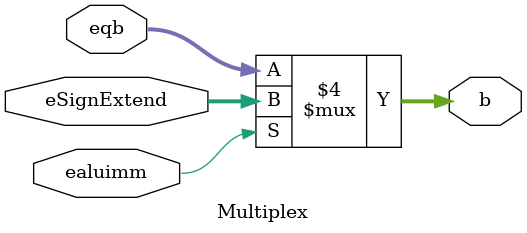
<source format=v>
`timescale 1ns / 1ps


module Multiplex(ealuimm,eqb,eSignExtend,b);
    input [31:0] eqb;
    input ealuimm;
    input [31:0] eSignExtend;
    output reg [31:0] b;
    always @(*)begin
    if(ealuimm == 0) begin
    b <= eqb;
    end
    else begin
    b <= eSignExtend;
    end
    end
endmodule

</source>
